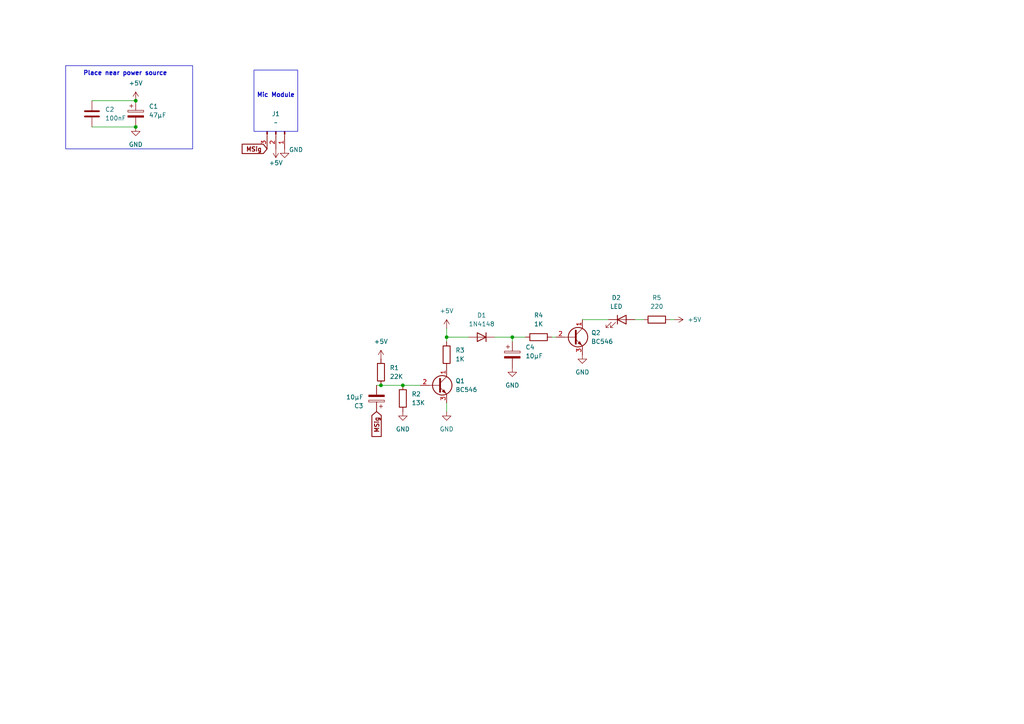
<source format=kicad_sch>
(kicad_sch
	(version 20250114)
	(generator "eeschema")
	(generator_version "9.0")
	(uuid "00000000-0000-0000-0000-000000000000")
	(paper "A4")
	(title_block
		(title "Clap led thing")
		(date "2025-08-28")
		(rev "R1")
		(company "Blue Kiwi")
	)
	(lib_symbols
		(symbol "Connector:Conn_01x03_Pin"
			(pin_names
				(offset 1.016)
				(hide yes)
			)
			(exclude_from_sim no)
			(in_bom yes)
			(on_board yes)
			(property "Reference" "J"
				(at 0 5.08 0)
				(effects
					(font
						(size 1.27 1.27)
					)
				)
			)
			(property "Value" "Conn_01x03_Pin"
				(at 0 -5.08 0)
				(effects
					(font
						(size 1.27 1.27)
					)
				)
			)
			(property "Footprint" ""
				(at 0 0 0)
				(effects
					(font
						(size 1.27 1.27)
					)
					(hide yes)
				)
			)
			(property "Datasheet" "~"
				(at 0 0 0)
				(effects
					(font
						(size 1.27 1.27)
					)
					(hide yes)
				)
			)
			(property "Description" "Generic connector, single row, 01x03, script generated"
				(at 0 0 0)
				(effects
					(font
						(size 1.27 1.27)
					)
					(hide yes)
				)
			)
			(property "ki_locked" ""
				(at 0 0 0)
				(effects
					(font
						(size 1.27 1.27)
					)
				)
			)
			(property "ki_keywords" "connector"
				(at 0 0 0)
				(effects
					(font
						(size 1.27 1.27)
					)
					(hide yes)
				)
			)
			(property "ki_fp_filters" "Connector*:*_1x??_*"
				(at 0 0 0)
				(effects
					(font
						(size 1.27 1.27)
					)
					(hide yes)
				)
			)
			(symbol "Conn_01x03_Pin_1_1"
				(rectangle
					(start 0.8636 2.667)
					(end 0 2.413)
					(stroke
						(width 0.1524)
						(type default)
					)
					(fill
						(type outline)
					)
				)
				(rectangle
					(start 0.8636 0.127)
					(end 0 -0.127)
					(stroke
						(width 0.1524)
						(type default)
					)
					(fill
						(type outline)
					)
				)
				(rectangle
					(start 0.8636 -2.413)
					(end 0 -2.667)
					(stroke
						(width 0.1524)
						(type default)
					)
					(fill
						(type outline)
					)
				)
				(polyline
					(pts
						(xy 1.27 2.54) (xy 0.8636 2.54)
					)
					(stroke
						(width 0.1524)
						(type default)
					)
					(fill
						(type none)
					)
				)
				(polyline
					(pts
						(xy 1.27 0) (xy 0.8636 0)
					)
					(stroke
						(width 0.1524)
						(type default)
					)
					(fill
						(type none)
					)
				)
				(polyline
					(pts
						(xy 1.27 -2.54) (xy 0.8636 -2.54)
					)
					(stroke
						(width 0.1524)
						(type default)
					)
					(fill
						(type none)
					)
				)
				(pin passive line
					(at 5.08 2.54 180)
					(length 3.81)
					(name "Pin_1"
						(effects
							(font
								(size 1.27 1.27)
							)
						)
					)
					(number "1"
						(effects
							(font
								(size 1.27 1.27)
							)
						)
					)
				)
				(pin passive line
					(at 5.08 0 180)
					(length 3.81)
					(name "Pin_2"
						(effects
							(font
								(size 1.27 1.27)
							)
						)
					)
					(number "2"
						(effects
							(font
								(size 1.27 1.27)
							)
						)
					)
				)
				(pin passive line
					(at 5.08 -2.54 180)
					(length 3.81)
					(name "Pin_3"
						(effects
							(font
								(size 1.27 1.27)
							)
						)
					)
					(number "3"
						(effects
							(font
								(size 1.27 1.27)
							)
						)
					)
				)
			)
			(embedded_fonts no)
		)
		(symbol "Device:Battery"
			(exclude_from_sim no)
			(in_bom yes)
			(on_board yes)
			(property "Reference" ""
				(at 0 0 0)
				(effects
					(font
						(size 1.27 1.27)
					)
				)
			)
			(property "Value" ""
				(at 0 0 0)
				(effects
					(font
						(size 1.27 1.27)
					)
				)
			)
			(property "Footprint" ""
				(at 0 0 0)
				(effects
					(font
						(size 1.27 1.27)
					)
					(hide yes)
				)
			)
			(property "Datasheet" ""
				(at 0 0 0)
				(effects
					(font
						(size 1.27 1.27)
					)
					(hide yes)
				)
			)
			(property "Description" ""
				(at 0 0 0)
				(effects
					(font
						(size 1.27 1.27)
					)
					(hide yes)
				)
			)
			(embedded_fonts no)
		)
		(symbol "Device:C"
			(pin_numbers
				(hide yes)
			)
			(pin_names
				(offset 0.254)
			)
			(exclude_from_sim no)
			(in_bom yes)
			(on_board yes)
			(property "Reference" "C"
				(at 0.635 2.54 0)
				(effects
					(font
						(size 1.27 1.27)
					)
					(justify left)
				)
			)
			(property "Value" "C"
				(at 0.635 -2.54 0)
				(effects
					(font
						(size 1.27 1.27)
					)
					(justify left)
				)
			)
			(property "Footprint" ""
				(at 0.9652 -3.81 0)
				(effects
					(font
						(size 1.27 1.27)
					)
					(hide yes)
				)
			)
			(property "Datasheet" "~"
				(at 0 0 0)
				(effects
					(font
						(size 1.27 1.27)
					)
					(hide yes)
				)
			)
			(property "Description" "Unpolarized capacitor"
				(at 0 0 0)
				(effects
					(font
						(size 1.27 1.27)
					)
					(hide yes)
				)
			)
			(property "ki_keywords" "cap capacitor"
				(at 0 0 0)
				(effects
					(font
						(size 1.27 1.27)
					)
					(hide yes)
				)
			)
			(property "ki_fp_filters" "C_*"
				(at 0 0 0)
				(effects
					(font
						(size 1.27 1.27)
					)
					(hide yes)
				)
			)
			(symbol "C_0_1"
				(polyline
					(pts
						(xy -2.032 0.762) (xy 2.032 0.762)
					)
					(stroke
						(width 0.508)
						(type default)
					)
					(fill
						(type none)
					)
				)
				(polyline
					(pts
						(xy -2.032 -0.762) (xy 2.032 -0.762)
					)
					(stroke
						(width 0.508)
						(type default)
					)
					(fill
						(type none)
					)
				)
			)
			(symbol "C_1_1"
				(pin passive line
					(at 0 3.81 270)
					(length 2.794)
					(name "~"
						(effects
							(font
								(size 1.27 1.27)
							)
						)
					)
					(number "1"
						(effects
							(font
								(size 1.27 1.27)
							)
						)
					)
				)
				(pin passive line
					(at 0 -3.81 90)
					(length 2.794)
					(name "~"
						(effects
							(font
								(size 1.27 1.27)
							)
						)
					)
					(number "2"
						(effects
							(font
								(size 1.27 1.27)
							)
						)
					)
				)
			)
			(embedded_fonts no)
		)
		(symbol "Device:C_Polarized"
			(pin_numbers
				(hide yes)
			)
			(pin_names
				(offset 0.254)
			)
			(exclude_from_sim no)
			(in_bom yes)
			(on_board yes)
			(property "Reference" "C"
				(at 0.635 2.54 0)
				(effects
					(font
						(size 1.27 1.27)
					)
					(justify left)
				)
			)
			(property "Value" "C_Polarized"
				(at 0.635 -2.54 0)
				(effects
					(font
						(size 1.27 1.27)
					)
					(justify left)
				)
			)
			(property "Footprint" ""
				(at 0.9652 -3.81 0)
				(effects
					(font
						(size 1.27 1.27)
					)
					(hide yes)
				)
			)
			(property "Datasheet" "~"
				(at 0 0 0)
				(effects
					(font
						(size 1.27 1.27)
					)
					(hide yes)
				)
			)
			(property "Description" "Polarized capacitor"
				(at 0 0 0)
				(effects
					(font
						(size 1.27 1.27)
					)
					(hide yes)
				)
			)
			(property "ki_keywords" "cap capacitor"
				(at 0 0 0)
				(effects
					(font
						(size 1.27 1.27)
					)
					(hide yes)
				)
			)
			(property "ki_fp_filters" "CP_*"
				(at 0 0 0)
				(effects
					(font
						(size 1.27 1.27)
					)
					(hide yes)
				)
			)
			(symbol "C_Polarized_0_1"
				(rectangle
					(start -2.286 0.508)
					(end 2.286 1.016)
					(stroke
						(width 0)
						(type default)
					)
					(fill
						(type none)
					)
				)
				(polyline
					(pts
						(xy -1.778 2.286) (xy -0.762 2.286)
					)
					(stroke
						(width 0)
						(type default)
					)
					(fill
						(type none)
					)
				)
				(polyline
					(pts
						(xy -1.27 2.794) (xy -1.27 1.778)
					)
					(stroke
						(width 0)
						(type default)
					)
					(fill
						(type none)
					)
				)
				(rectangle
					(start 2.286 -0.508)
					(end -2.286 -1.016)
					(stroke
						(width 0)
						(type default)
					)
					(fill
						(type outline)
					)
				)
			)
			(symbol "C_Polarized_1_1"
				(pin passive line
					(at 0 3.81 270)
					(length 2.794)
					(name "~"
						(effects
							(font
								(size 1.27 1.27)
							)
						)
					)
					(number "1"
						(effects
							(font
								(size 1.27 1.27)
							)
						)
					)
				)
				(pin passive line
					(at 0 -3.81 90)
					(length 2.794)
					(name "~"
						(effects
							(font
								(size 1.27 1.27)
							)
						)
					)
					(number "2"
						(effects
							(font
								(size 1.27 1.27)
							)
						)
					)
				)
			)
			(embedded_fonts no)
		)
		(symbol "Device:LED"
			(pin_numbers
				(hide yes)
			)
			(pin_names
				(offset 1.016)
				(hide yes)
			)
			(exclude_from_sim no)
			(in_bom yes)
			(on_board yes)
			(property "Reference" "D"
				(at 0 2.54 0)
				(effects
					(font
						(size 1.27 1.27)
					)
				)
			)
			(property "Value" "LED"
				(at 0 -2.54 0)
				(effects
					(font
						(size 1.27 1.27)
					)
				)
			)
			(property "Footprint" ""
				(at 0 0 0)
				(effects
					(font
						(size 1.27 1.27)
					)
					(hide yes)
				)
			)
			(property "Datasheet" "~"
				(at 0 0 0)
				(effects
					(font
						(size 1.27 1.27)
					)
					(hide yes)
				)
			)
			(property "Description" "Light emitting diode"
				(at 0 0 0)
				(effects
					(font
						(size 1.27 1.27)
					)
					(hide yes)
				)
			)
			(property "Sim.Pins" "1=K 2=A"
				(at 0 0 0)
				(effects
					(font
						(size 1.27 1.27)
					)
					(hide yes)
				)
			)
			(property "ki_keywords" "LED diode"
				(at 0 0 0)
				(effects
					(font
						(size 1.27 1.27)
					)
					(hide yes)
				)
			)
			(property "ki_fp_filters" "LED* LED_SMD:* LED_THT:*"
				(at 0 0 0)
				(effects
					(font
						(size 1.27 1.27)
					)
					(hide yes)
				)
			)
			(symbol "LED_0_1"
				(polyline
					(pts
						(xy -3.048 -0.762) (xy -4.572 -2.286) (xy -3.81 -2.286) (xy -4.572 -2.286) (xy -4.572 -1.524)
					)
					(stroke
						(width 0)
						(type default)
					)
					(fill
						(type none)
					)
				)
				(polyline
					(pts
						(xy -1.778 -0.762) (xy -3.302 -2.286) (xy -2.54 -2.286) (xy -3.302 -2.286) (xy -3.302 -1.524)
					)
					(stroke
						(width 0)
						(type default)
					)
					(fill
						(type none)
					)
				)
				(polyline
					(pts
						(xy -1.27 0) (xy 1.27 0)
					)
					(stroke
						(width 0)
						(type default)
					)
					(fill
						(type none)
					)
				)
				(polyline
					(pts
						(xy -1.27 -1.27) (xy -1.27 1.27)
					)
					(stroke
						(width 0.254)
						(type default)
					)
					(fill
						(type none)
					)
				)
				(polyline
					(pts
						(xy 1.27 -1.27) (xy 1.27 1.27) (xy -1.27 0) (xy 1.27 -1.27)
					)
					(stroke
						(width 0.254)
						(type default)
					)
					(fill
						(type none)
					)
				)
			)
			(symbol "LED_1_1"
				(pin passive line
					(at -3.81 0 0)
					(length 2.54)
					(name "K"
						(effects
							(font
								(size 1.27 1.27)
							)
						)
					)
					(number "1"
						(effects
							(font
								(size 1.27 1.27)
							)
						)
					)
				)
				(pin passive line
					(at 3.81 0 180)
					(length 2.54)
					(name "A"
						(effects
							(font
								(size 1.27 1.27)
							)
						)
					)
					(number "2"
						(effects
							(font
								(size 1.27 1.27)
							)
						)
					)
				)
			)
			(embedded_fonts no)
		)
		(symbol "Device:R"
			(pin_numbers
				(hide yes)
			)
			(pin_names
				(offset 0)
			)
			(exclude_from_sim no)
			(in_bom yes)
			(on_board yes)
			(property "Reference" "R"
				(at 2.032 0 90)
				(effects
					(font
						(size 1.27 1.27)
					)
				)
			)
			(property "Value" "R"
				(at 0 0 90)
				(effects
					(font
						(size 1.27 1.27)
					)
				)
			)
			(property "Footprint" ""
				(at -1.778 0 90)
				(effects
					(font
						(size 1.27 1.27)
					)
					(hide yes)
				)
			)
			(property "Datasheet" "~"
				(at 0 0 0)
				(effects
					(font
						(size 1.27 1.27)
					)
					(hide yes)
				)
			)
			(property "Description" "Resistor"
				(at 0 0 0)
				(effects
					(font
						(size 1.27 1.27)
					)
					(hide yes)
				)
			)
			(property "ki_keywords" "R res resistor"
				(at 0 0 0)
				(effects
					(font
						(size 1.27 1.27)
					)
					(hide yes)
				)
			)
			(property "ki_fp_filters" "R_*"
				(at 0 0 0)
				(effects
					(font
						(size 1.27 1.27)
					)
					(hide yes)
				)
			)
			(symbol "R_0_1"
				(rectangle
					(start -1.016 -2.54)
					(end 1.016 2.54)
					(stroke
						(width 0.254)
						(type default)
					)
					(fill
						(type none)
					)
				)
			)
			(symbol "R_1_1"
				(pin passive line
					(at 0 3.81 270)
					(length 1.27)
					(name "~"
						(effects
							(font
								(size 1.27 1.27)
							)
						)
					)
					(number "1"
						(effects
							(font
								(size 1.27 1.27)
							)
						)
					)
				)
				(pin passive line
					(at 0 -3.81 90)
					(length 1.27)
					(name "~"
						(effects
							(font
								(size 1.27 1.27)
							)
						)
					)
					(number "2"
						(effects
							(font
								(size 1.27 1.27)
							)
						)
					)
				)
			)
			(embedded_fonts no)
		)
		(symbol "Diode:1N4148"
			(pin_numbers
				(hide yes)
			)
			(pin_names
				(hide yes)
			)
			(exclude_from_sim no)
			(in_bom yes)
			(on_board yes)
			(property "Reference" "D"
				(at 0 2.54 0)
				(effects
					(font
						(size 1.27 1.27)
					)
				)
			)
			(property "Value" "1N4148"
				(at 0 -2.54 0)
				(effects
					(font
						(size 1.27 1.27)
					)
				)
			)
			(property "Footprint" "Diode_THT:D_DO-35_SOD27_P7.62mm_Horizontal"
				(at 0 0 0)
				(effects
					(font
						(size 1.27 1.27)
					)
					(hide yes)
				)
			)
			(property "Datasheet" "https://assets.nexperia.com/documents/data-sheet/1N4148_1N4448.pdf"
				(at 0 0 0)
				(effects
					(font
						(size 1.27 1.27)
					)
					(hide yes)
				)
			)
			(property "Description" "100V 0.15A standard switching diode, DO-35"
				(at 0 0 0)
				(effects
					(font
						(size 1.27 1.27)
					)
					(hide yes)
				)
			)
			(property "Sim.Device" "D"
				(at 0 0 0)
				(effects
					(font
						(size 1.27 1.27)
					)
					(hide yes)
				)
			)
			(property "Sim.Pins" "1=K 2=A"
				(at 0 0 0)
				(effects
					(font
						(size 1.27 1.27)
					)
					(hide yes)
				)
			)
			(property "ki_keywords" "diode"
				(at 0 0 0)
				(effects
					(font
						(size 1.27 1.27)
					)
					(hide yes)
				)
			)
			(property "ki_fp_filters" "D*DO?35*"
				(at 0 0 0)
				(effects
					(font
						(size 1.27 1.27)
					)
					(hide yes)
				)
			)
			(symbol "1N4148_0_1"
				(polyline
					(pts
						(xy -1.27 1.27) (xy -1.27 -1.27)
					)
					(stroke
						(width 0.254)
						(type default)
					)
					(fill
						(type none)
					)
				)
				(polyline
					(pts
						(xy 1.27 1.27) (xy 1.27 -1.27) (xy -1.27 0) (xy 1.27 1.27)
					)
					(stroke
						(width 0.254)
						(type default)
					)
					(fill
						(type none)
					)
				)
				(polyline
					(pts
						(xy 1.27 0) (xy -1.27 0)
					)
					(stroke
						(width 0)
						(type default)
					)
					(fill
						(type none)
					)
				)
			)
			(symbol "1N4148_1_1"
				(pin passive line
					(at -3.81 0 0)
					(length 2.54)
					(name "K"
						(effects
							(font
								(size 1.27 1.27)
							)
						)
					)
					(number "1"
						(effects
							(font
								(size 1.27 1.27)
							)
						)
					)
				)
				(pin passive line
					(at 3.81 0 180)
					(length 2.54)
					(name "A"
						(effects
							(font
								(size 1.27 1.27)
							)
						)
					)
					(number "2"
						(effects
							(font
								(size 1.27 1.27)
							)
						)
					)
				)
			)
			(embedded_fonts no)
		)
		(symbol "Transistor_BJT:BC546"
			(pin_names
				(offset 0)
				(hide yes)
			)
			(exclude_from_sim no)
			(in_bom yes)
			(on_board yes)
			(property "Reference" "Q"
				(at 5.08 1.905 0)
				(effects
					(font
						(size 1.27 1.27)
					)
					(justify left)
				)
			)
			(property "Value" "BC546"
				(at 5.08 0 0)
				(effects
					(font
						(size 1.27 1.27)
					)
					(justify left)
				)
			)
			(property "Footprint" "Package_TO_SOT_THT:TO-92_Inline"
				(at 5.08 -1.905 0)
				(effects
					(font
						(size 1.27 1.27)
						(italic yes)
					)
					(justify left)
					(hide yes)
				)
			)
			(property "Datasheet" "https://www.onsemi.com/pub/Collateral/BC550-D.pdf"
				(at 0 0 0)
				(effects
					(font
						(size 1.27 1.27)
					)
					(justify left)
					(hide yes)
				)
			)
			(property "Description" "0.1A Ic, 65V Vce, Small Signal NPN Transistor, TO-92"
				(at 0 0 0)
				(effects
					(font
						(size 1.27 1.27)
					)
					(hide yes)
				)
			)
			(property "ki_keywords" "NPN Transistor"
				(at 0 0 0)
				(effects
					(font
						(size 1.27 1.27)
					)
					(hide yes)
				)
			)
			(property "ki_fp_filters" "TO?92*"
				(at 0 0 0)
				(effects
					(font
						(size 1.27 1.27)
					)
					(hide yes)
				)
			)
			(symbol "BC546_0_1"
				(polyline
					(pts
						(xy -2.54 0) (xy 0.635 0)
					)
					(stroke
						(width 0)
						(type default)
					)
					(fill
						(type none)
					)
				)
				(polyline
					(pts
						(xy 0.635 1.905) (xy 0.635 -1.905)
					)
					(stroke
						(width 0.508)
						(type default)
					)
					(fill
						(type none)
					)
				)
				(circle
					(center 1.27 0)
					(radius 2.8194)
					(stroke
						(width 0.254)
						(type default)
					)
					(fill
						(type none)
					)
				)
			)
			(symbol "BC546_1_1"
				(polyline
					(pts
						(xy 0.635 0.635) (xy 2.54 2.54)
					)
					(stroke
						(width 0)
						(type default)
					)
					(fill
						(type none)
					)
				)
				(polyline
					(pts
						(xy 0.635 -0.635) (xy 2.54 -2.54)
					)
					(stroke
						(width 0)
						(type default)
					)
					(fill
						(type none)
					)
				)
				(polyline
					(pts
						(xy 1.27 -1.778) (xy 1.778 -1.27) (xy 2.286 -2.286) (xy 1.27 -1.778)
					)
					(stroke
						(width 0)
						(type default)
					)
					(fill
						(type outline)
					)
				)
				(pin input line
					(at -5.08 0 0)
					(length 2.54)
					(name "B"
						(effects
							(font
								(size 1.27 1.27)
							)
						)
					)
					(number "2"
						(effects
							(font
								(size 1.27 1.27)
							)
						)
					)
				)
				(pin passive line
					(at 2.54 5.08 270)
					(length 2.54)
					(name "C"
						(effects
							(font
								(size 1.27 1.27)
							)
						)
					)
					(number "1"
						(effects
							(font
								(size 1.27 1.27)
							)
						)
					)
				)
				(pin passive line
					(at 2.54 -5.08 90)
					(length 2.54)
					(name "E"
						(effects
							(font
								(size 1.27 1.27)
							)
						)
					)
					(number "3"
						(effects
							(font
								(size 1.27 1.27)
							)
						)
					)
				)
			)
			(embedded_fonts no)
		)
		(symbol "power:+5V"
			(power)
			(pin_numbers
				(hide yes)
			)
			(pin_names
				(offset 0)
				(hide yes)
			)
			(exclude_from_sim no)
			(in_bom yes)
			(on_board yes)
			(property "Reference" "#PWR"
				(at 0 -3.81 0)
				(effects
					(font
						(size 1.27 1.27)
					)
					(hide yes)
				)
			)
			(property "Value" "+5V"
				(at 0 3.556 0)
				(effects
					(font
						(size 1.27 1.27)
					)
				)
			)
			(property "Footprint" ""
				(at 0 0 0)
				(effects
					(font
						(size 1.27 1.27)
					)
					(hide yes)
				)
			)
			(property "Datasheet" ""
				(at 0 0 0)
				(effects
					(font
						(size 1.27 1.27)
					)
					(hide yes)
				)
			)
			(property "Description" "Power symbol creates a global label with name \"+5V\""
				(at 0 0 0)
				(effects
					(font
						(size 1.27 1.27)
					)
					(hide yes)
				)
			)
			(property "ki_keywords" "global power"
				(at 0 0 0)
				(effects
					(font
						(size 1.27 1.27)
					)
					(hide yes)
				)
			)
			(symbol "+5V_0_1"
				(polyline
					(pts
						(xy -0.762 1.27) (xy 0 2.54)
					)
					(stroke
						(width 0)
						(type default)
					)
					(fill
						(type none)
					)
				)
				(polyline
					(pts
						(xy 0 2.54) (xy 0.762 1.27)
					)
					(stroke
						(width 0)
						(type default)
					)
					(fill
						(type none)
					)
				)
				(polyline
					(pts
						(xy 0 0) (xy 0 2.54)
					)
					(stroke
						(width 0)
						(type default)
					)
					(fill
						(type none)
					)
				)
			)
			(symbol "+5V_1_1"
				(pin power_in line
					(at 0 0 90)
					(length 0)
					(name "~"
						(effects
							(font
								(size 1.27 1.27)
							)
						)
					)
					(number "1"
						(effects
							(font
								(size 1.27 1.27)
							)
						)
					)
				)
			)
			(embedded_fonts no)
		)
		(symbol "power:GND"
			(power)
			(pin_numbers
				(hide yes)
			)
			(pin_names
				(offset 0)
				(hide yes)
			)
			(exclude_from_sim no)
			(in_bom yes)
			(on_board yes)
			(property "Reference" "#PWR"
				(at 0 -6.35 0)
				(effects
					(font
						(size 1.27 1.27)
					)
					(hide yes)
				)
			)
			(property "Value" "GND"
				(at 0 -3.81 0)
				(effects
					(font
						(size 1.27 1.27)
					)
				)
			)
			(property "Footprint" ""
				(at 0 0 0)
				(effects
					(font
						(size 1.27 1.27)
					)
					(hide yes)
				)
			)
			(property "Datasheet" ""
				(at 0 0 0)
				(effects
					(font
						(size 1.27 1.27)
					)
					(hide yes)
				)
			)
			(property "Description" "Power symbol creates a global label with name \"GND\" , ground"
				(at 0 0 0)
				(effects
					(font
						(size 1.27 1.27)
					)
					(hide yes)
				)
			)
			(property "ki_keywords" "global power"
				(at 0 0 0)
				(effects
					(font
						(size 1.27 1.27)
					)
					(hide yes)
				)
			)
			(symbol "GND_0_1"
				(polyline
					(pts
						(xy 0 0) (xy 0 -1.27) (xy 1.27 -1.27) (xy 0 -2.54) (xy -1.27 -1.27) (xy 0 -1.27)
					)
					(stroke
						(width 0)
						(type default)
					)
					(fill
						(type none)
					)
				)
			)
			(symbol "GND_1_1"
				(pin power_in line
					(at 0 0 270)
					(length 0)
					(name "~"
						(effects
							(font
								(size 1.27 1.27)
							)
						)
					)
					(number "1"
						(effects
							(font
								(size 1.27 1.27)
							)
						)
					)
				)
			)
			(embedded_fonts no)
		)
	)
	(rectangle
		(start 19.05 19.05)
		(end 55.88 43.18)
		(stroke
			(width 0)
			(type default)
		)
		(fill
			(type none)
		)
		(uuid bb5b6b2f-72f6-4837-a71a-45652a0c3df6)
	)
	(rectangle
		(start 73.66 20.32)
		(end 86.36 38.1)
		(stroke
			(width 0)
			(type default)
		)
		(fill
			(type none)
		)
		(uuid fe77e2af-7584-4606-8902-c3e0b2a1171c)
	)
	(text "Place near power source"
		(exclude_from_sim no)
		(at 36.322 21.336 0)
		(effects
			(font
				(size 1.27 1.27)
				(thickness 0.254)
				(bold yes)
			)
		)
		(uuid "3ea35d5c-d280-4e1d-b193-594c0d8fd0f0")
	)
	(text "Mic Module"
		(exclude_from_sim no)
		(at 80.01 27.686 0)
		(effects
			(font
				(size 1.27 1.27)
				(thickness 0.254)
				(bold yes)
			)
		)
		(uuid "76c76898-93bd-4abe-afc6-4e19e4290b27")
	)
	(junction
		(at 129.54 97.79)
		(diameter 0)
		(color 0 0 0 0)
		(uuid "18739bb1-dc79-4896-a8f7-3e95d6d2c54a")
	)
	(junction
		(at 116.84 111.76)
		(diameter 0)
		(color 0 0 0 0)
		(uuid "31f63419-a120-4b9b-9d88-e0c19dc83f8d")
	)
	(junction
		(at 39.37 36.83)
		(diameter 0)
		(color 0 0 0 0)
		(uuid "3a4a64fc-1fd4-47bb-8840-2c710d174fb8")
	)
	(junction
		(at 148.59 97.79)
		(diameter 0)
		(color 0 0 0 0)
		(uuid "4ca6d2c3-7f0b-4b99-82c8-5c69b4d1fb81")
	)
	(junction
		(at 39.37 29.21)
		(diameter 0)
		(color 0 0 0 0)
		(uuid "ab508bf9-dec9-40ad-a81a-a3c11a5d55f7")
	)
	(junction
		(at 110.49 111.76)
		(diameter 0)
		(color 0 0 0 0)
		(uuid "abfb84b2-de68-45ab-a72e-6cd0630f6739")
	)
	(wire
		(pts
			(xy 109.22 111.76) (xy 110.49 111.76)
		)
		(stroke
			(width 0)
			(type default)
		)
		(uuid "066e625f-7d4b-4df5-beb9-4090998cb4b4")
	)
	(wire
		(pts
			(xy 116.84 111.76) (xy 121.92 111.76)
		)
		(stroke
			(width 0)
			(type default)
		)
		(uuid "0faaa344-f311-4edd-be55-2cb6ee3dcaca")
	)
	(wire
		(pts
			(xy 129.54 95.25) (xy 129.54 97.79)
		)
		(stroke
			(width 0)
			(type default)
		)
		(uuid "1aa32540-f800-4515-88bc-dc37a72a1d79")
	)
	(wire
		(pts
			(xy 129.54 119.38) (xy 129.54 116.84)
		)
		(stroke
			(width 0)
			(type default)
		)
		(uuid "2a0e2186-9df2-4fee-b687-c33c065882f3")
	)
	(wire
		(pts
			(xy 26.67 36.83) (xy 39.37 36.83)
		)
		(stroke
			(width 0)
			(type default)
		)
		(uuid "37bc89d2-1be9-4642-af48-3b5a15bdfceb")
	)
	(wire
		(pts
			(xy 148.59 97.79) (xy 152.4 97.79)
		)
		(stroke
			(width 0)
			(type default)
		)
		(uuid "3c585413-2081-482a-b4a8-ce6e9188f9ee")
	)
	(wire
		(pts
			(xy 148.59 99.06) (xy 148.59 97.79)
		)
		(stroke
			(width 0)
			(type default)
		)
		(uuid "44856235-35f4-4e17-8fd6-307a29259acc")
	)
	(wire
		(pts
			(xy 148.59 97.79) (xy 143.51 97.79)
		)
		(stroke
			(width 0)
			(type default)
		)
		(uuid "52466de7-52e9-4eb3-9aa6-eb45ecdcb832")
	)
	(wire
		(pts
			(xy 129.54 97.79) (xy 129.54 99.06)
		)
		(stroke
			(width 0)
			(type default)
		)
		(uuid "6039706c-5184-43d1-9620-dd47e0ba0fc8")
	)
	(wire
		(pts
			(xy 186.69 92.71) (xy 184.15 92.71)
		)
		(stroke
			(width 0)
			(type default)
		)
		(uuid "6f68530f-5e85-4046-a897-06bdf64a4e3c")
	)
	(wire
		(pts
			(xy 176.53 92.71) (xy 168.91 92.71)
		)
		(stroke
			(width 0)
			(type default)
		)
		(uuid "8460965b-6cc4-47f6-abb3-7e63ed8cb8d7")
	)
	(wire
		(pts
			(xy 26.67 29.21) (xy 39.37 29.21)
		)
		(stroke
			(width 0)
			(type default)
		)
		(uuid "ad4e050e-5c4a-4dab-8a51-2c36099c95a9")
	)
	(wire
		(pts
			(xy 135.89 97.79) (xy 129.54 97.79)
		)
		(stroke
			(width 0)
			(type default)
		)
		(uuid "b0d53faa-4292-4c99-8b83-30b1f32c5d41")
	)
	(wire
		(pts
			(xy 110.49 111.76) (xy 116.84 111.76)
		)
		(stroke
			(width 0)
			(type default)
		)
		(uuid "ba8200ea-4e20-4020-9632-4e96893d8e21")
	)
	(wire
		(pts
			(xy 160.02 97.79) (xy 161.29 97.79)
		)
		(stroke
			(width 0)
			(type default)
		)
		(uuid "daed7e5f-c0e2-411f-84b2-ab294606c602")
	)
	(wire
		(pts
			(xy 195.58 92.71) (xy 194.31 92.71)
		)
		(stroke
			(width 0)
			(type default)
		)
		(uuid "feb2441c-2b84-47fe-a6be-c5702c8e12cb")
	)
	(global_label "MSig"
		(shape input)
		(at 109.22 119.38 270)
		(fields_autoplaced yes)
		(effects
			(font
				(size 1.27 1.27)
				(thickness 0.254)
				(bold yes)
			)
			(justify right)
		)
		(uuid "2bc6e94d-8155-4ed5-a541-f933453e5706")
		(property "Intersheetrefs" "${INTERSHEET_REFS}"
			(at 109.22 127.2559 90)
			(effects
				(font
					(size 1.27 1.27)
				)
				(justify right)
				(hide yes)
			)
		)
	)
	(global_label "MSig"
		(shape input)
		(at 77.47 43.18 180)
		(fields_autoplaced yes)
		(effects
			(font
				(size 1.27 1.27)
				(thickness 0.254)
				(bold yes)
			)
			(justify right)
		)
		(uuid "3fc580ec-324f-4aa2-8bce-2e2e43605064")
		(property "Intersheetrefs" "${INTERSHEET_REFS}"
			(at 69.5941 43.18 0)
			(effects
				(font
					(size 1.27 1.27)
				)
				(justify right)
				(hide yes)
			)
		)
	)
	(symbol
		(lib_id "Device:R")
		(at 156.21 97.79 90)
		(unit 1)
		(exclude_from_sim no)
		(in_bom yes)
		(on_board yes)
		(dnp no)
		(fields_autoplaced yes)
		(uuid "02160df7-ffff-4f60-84c1-a3736fa4700e")
		(property "Reference" "R4"
			(at 156.21 91.44 90)
			(effects
				(font
					(size 1.27 1.27)
				)
			)
		)
		(property "Value" "1K"
			(at 156.21 93.98 90)
			(effects
				(font
					(size 1.27 1.27)
				)
			)
		)
		(property "Footprint" ""
			(at 156.21 99.568 90)
			(effects
				(font
					(size 1.27 1.27)
				)
				(hide yes)
			)
		)
		(property "Datasheet" "~"
			(at 156.21 97.79 0)
			(effects
				(font
					(size 1.27 1.27)
				)
				(hide yes)
			)
		)
		(property "Description" "Resistor"
			(at 156.21 97.79 0)
			(effects
				(font
					(size 1.27 1.27)
				)
				(hide yes)
			)
		)
		(pin "1"
			(uuid "46b5e68c-8869-4dbc-8cc1-8a425418c48d")
		)
		(pin "2"
			(uuid "5171b562-4f29-4a60-82f9-d8f6f604a092")
		)
		(instances
			(project "Clap led thing"
				(path "/00000000-0000-0000-0000-000000000000"
					(reference "R4")
					(unit 1)
				)
			)
		)
	)
	(symbol
		(lib_id "power:GND")
		(at 39.37 36.83 0)
		(unit 1)
		(exclude_from_sim no)
		(in_bom yes)
		(on_board yes)
		(dnp no)
		(fields_autoplaced yes)
		(uuid "0b37669b-4ca6-4bef-b5ee-d0fab1687198")
		(property "Reference" "#PWR02"
			(at 39.37 43.18 0)
			(effects
				(font
					(size 1.27 1.27)
				)
				(hide yes)
			)
		)
		(property "Value" "GND"
			(at 39.37 41.91 0)
			(effects
				(font
					(size 1.27 1.27)
				)
			)
		)
		(property "Footprint" ""
			(at 39.37 36.83 0)
			(effects
				(font
					(size 1.27 1.27)
				)
				(hide yes)
			)
		)
		(property "Datasheet" ""
			(at 39.37 36.83 0)
			(effects
				(font
					(size 1.27 1.27)
				)
				(hide yes)
			)
		)
		(property "Description" "Power symbol creates a global label with name \"GND\" , ground"
			(at 39.37 36.83 0)
			(effects
				(font
					(size 1.27 1.27)
				)
				(hide yes)
			)
		)
		(pin "1"
			(uuid "607810a6-da66-4df7-bb11-caeff6146c6b")
		)
		(instances
			(project ""
				(path "/00000000-0000-0000-0000-000000000000"
					(reference "#PWR02")
					(unit 1)
				)
			)
		)
	)
	(symbol
		(lib_id "power:GND")
		(at 148.59 106.68 0)
		(unit 1)
		(exclude_from_sim no)
		(in_bom yes)
		(on_board yes)
		(dnp no)
		(fields_autoplaced yes)
		(uuid "1732e91c-e46c-4d0a-952a-508e3d7d8072")
		(property "Reference" "#PWR09"
			(at 148.59 113.03 0)
			(effects
				(font
					(size 1.27 1.27)
				)
				(hide yes)
			)
		)
		(property "Value" "GND"
			(at 148.59 111.76 0)
			(effects
				(font
					(size 1.27 1.27)
				)
			)
		)
		(property "Footprint" ""
			(at 148.59 106.68 0)
			(effects
				(font
					(size 1.27 1.27)
				)
				(hide yes)
			)
		)
		(property "Datasheet" ""
			(at 148.59 106.68 0)
			(effects
				(font
					(size 1.27 1.27)
				)
				(hide yes)
			)
		)
		(property "Description" "Power symbol creates a global label with name \"GND\" , ground"
			(at 148.59 106.68 0)
			(effects
				(font
					(size 1.27 1.27)
				)
				(hide yes)
			)
		)
		(pin "1"
			(uuid "c0f19fd2-cdb5-47ae-b397-bda9a5eb357c")
		)
		(instances
			(project "Clap led thing"
				(path "/00000000-0000-0000-0000-000000000000"
					(reference "#PWR09")
					(unit 1)
				)
			)
		)
	)
	(symbol
		(lib_id "Connector:Conn_01x03_Pin")
		(at 80.01 38.1 270)
		(unit 1)
		(exclude_from_sim no)
		(in_bom yes)
		(on_board yes)
		(dnp no)
		(fields_autoplaced yes)
		(uuid "1836a935-ce53-4c1a-8cd4-e497e791334e")
		(property "Reference" "J1"
			(at 80.01 33.02 90)
			(effects
				(font
					(size 1.27 1.27)
				)
			)
		)
		(property "Value" "~"
			(at 80.01 35.56 90)
			(effects
				(font
					(size 1.27 1.27)
				)
			)
		)
		(property "Footprint" ""
			(at 80.01 38.1 0)
			(effects
				(font
					(size 1.27 1.27)
				)
				(hide yes)
			)
		)
		(property "Datasheet" "~"
			(at 80.01 38.1 0)
			(effects
				(font
					(size 1.27 1.27)
				)
				(hide yes)
			)
		)
		(property "Description" "Generic connector, single row, 01x03, script generated"
			(at 80.01 38.1 0)
			(effects
				(font
					(size 1.27 1.27)
				)
				(hide yes)
			)
		)
		(pin "3"
			(uuid "4da9d165-6bf1-4370-86be-37f2291c033e")
		)
		(pin "1"
			(uuid "70256d33-65f5-42cd-b75a-cf8996496450")
		)
		(pin "2"
			(uuid "5bce7f0d-939d-41ea-9c33-0a5b45434aab")
		)
		(instances
			(project ""
				(path "/00000000-0000-0000-0000-000000000000"
					(reference "J1")
					(unit 1)
				)
			)
		)
	)
	(symbol
		(lib_id "power:GND")
		(at 129.54 119.38 0)
		(unit 1)
		(exclude_from_sim no)
		(in_bom yes)
		(on_board yes)
		(dnp no)
		(fields_autoplaced yes)
		(uuid "2188d8a6-119a-471d-a4e5-971a60fde2d9")
		(property "Reference" "#PWR08"
			(at 129.54 125.73 0)
			(effects
				(font
					(size 1.27 1.27)
				)
				(hide yes)
			)
		)
		(property "Value" "GND"
			(at 129.54 124.46 0)
			(effects
				(font
					(size 1.27 1.27)
				)
			)
		)
		(property "Footprint" ""
			(at 129.54 119.38 0)
			(effects
				(font
					(size 1.27 1.27)
				)
				(hide yes)
			)
		)
		(property "Datasheet" ""
			(at 129.54 119.38 0)
			(effects
				(font
					(size 1.27 1.27)
				)
				(hide yes)
			)
		)
		(property "Description" "Power symbol creates a global label with name \"GND\" , ground"
			(at 129.54 119.38 0)
			(effects
				(font
					(size 1.27 1.27)
				)
				(hide yes)
			)
		)
		(pin "1"
			(uuid "bd5caef1-948f-42f7-bc89-fd806f6c9d79")
		)
		(instances
			(project ""
				(path "/00000000-0000-0000-0000-000000000000"
					(reference "#PWR08")
					(unit 1)
				)
			)
		)
	)
	(symbol
		(lib_id "Device:R")
		(at 116.84 115.57 0)
		(unit 1)
		(exclude_from_sim no)
		(in_bom yes)
		(on_board yes)
		(dnp no)
		(fields_autoplaced yes)
		(uuid "2fdfa09a-1fb8-4a0c-8e32-ede6801f1c80")
		(property "Reference" "R2"
			(at 119.38 114.2999 0)
			(effects
				(font
					(size 1.27 1.27)
				)
				(justify left)
			)
		)
		(property "Value" "13K"
			(at 119.38 116.8399 0)
			(effects
				(font
					(size 1.27 1.27)
				)
				(justify left)
			)
		)
		(property "Footprint" ""
			(at 115.062 115.57 90)
			(effects
				(font
					(size 1.27 1.27)
				)
				(hide yes)
			)
		)
		(property "Datasheet" "~"
			(at 116.84 115.57 0)
			(effects
				(font
					(size 1.27 1.27)
				)
				(hide yes)
			)
		)
		(property "Description" "Resistor"
			(at 116.84 115.57 0)
			(effects
				(font
					(size 1.27 1.27)
				)
				(hide yes)
			)
		)
		(pin "1"
			(uuid "0912f4a5-6aa1-43ce-8995-e1df4dfeb2ac")
		)
		(pin "2"
			(uuid "1d3adb85-45f4-4fd0-92db-98c0d4b2bd0b")
		)
		(instances
			(project "Clap led thing"
				(path "/00000000-0000-0000-0000-000000000000"
					(reference "R2")
					(unit 1)
				)
			)
		)
	)
	(symbol
		(lib_id "power:GND")
		(at 82.55 43.18 0)
		(unit 1)
		(exclude_from_sim no)
		(in_bom yes)
		(on_board yes)
		(dnp no)
		(uuid "339ad415-b963-4859-b73e-49b8a47d197e")
		(property "Reference" "#PWR04"
			(at 82.55 49.53 0)
			(effects
				(font
					(size 1.27 1.27)
				)
				(hide yes)
			)
		)
		(property "Value" "GND"
			(at 85.852 43.434 0)
			(effects
				(font
					(size 1.27 1.27)
				)
			)
		)
		(property "Footprint" ""
			(at 82.55 43.18 0)
			(effects
				(font
					(size 1.27 1.27)
				)
				(hide yes)
			)
		)
		(property "Datasheet" ""
			(at 82.55 43.18 0)
			(effects
				(font
					(size 1.27 1.27)
				)
				(hide yes)
			)
		)
		(property "Description" "Power symbol creates a global label with name \"GND\" , ground"
			(at 82.55 43.18 0)
			(effects
				(font
					(size 1.27 1.27)
				)
				(hide yes)
			)
		)
		(pin "1"
			(uuid "ae71e0f5-cc98-402c-a83f-e146631c2123")
		)
		(instances
			(project "Clap led thing"
				(path "/00000000-0000-0000-0000-000000000000"
					(reference "#PWR04")
					(unit 1)
				)
			)
		)
	)
	(symbol
		(lib_id "power:+5V")
		(at 195.58 92.71 270)
		(unit 1)
		(exclude_from_sim no)
		(in_bom yes)
		(on_board yes)
		(dnp no)
		(fields_autoplaced yes)
		(uuid "4066482b-952a-4121-8141-2cf159e9b937")
		(property "Reference" "#PWR011"
			(at 191.77 92.71 0)
			(effects
				(font
					(size 1.27 1.27)
				)
				(hide yes)
			)
		)
		(property "Value" "+5V"
			(at 199.39 92.7099 90)
			(effects
				(font
					(size 1.27 1.27)
				)
				(justify left)
			)
		)
		(property "Footprint" ""
			(at 195.58 92.71 0)
			(effects
				(font
					(size 1.27 1.27)
				)
				(hide yes)
			)
		)
		(property "Datasheet" ""
			(at 195.58 92.71 0)
			(effects
				(font
					(size 1.27 1.27)
				)
				(hide yes)
			)
		)
		(property "Description" "Power symbol creates a global label with name \"+5V\""
			(at 195.58 92.71 0)
			(effects
				(font
					(size 1.27 1.27)
				)
				(hide yes)
			)
		)
		(pin "1"
			(uuid "24625b15-4f3d-4bdb-be13-1d5cfc5cda5d")
		)
		(instances
			(project "Clap led thing"
				(path "/00000000-0000-0000-0000-000000000000"
					(reference "#PWR011")
					(unit 1)
				)
			)
		)
	)
	(symbol
		(lib_id "Device:C_Polarized")
		(at 148.59 102.87 0)
		(unit 1)
		(exclude_from_sim no)
		(in_bom yes)
		(on_board yes)
		(dnp no)
		(fields_autoplaced yes)
		(uuid "48dc5be1-1c90-43b4-9040-b34322620454")
		(property "Reference" "C4"
			(at 152.4 100.7109 0)
			(effects
				(font
					(size 1.27 1.27)
				)
				(justify left)
			)
		)
		(property "Value" "10μF"
			(at 152.4 103.2509 0)
			(effects
				(font
					(size 1.27 1.27)
				)
				(justify left)
			)
		)
		(property "Footprint" ""
			(at 149.5552 106.68 0)
			(effects
				(font
					(size 1.27 1.27)
				)
				(hide yes)
			)
		)
		(property "Datasheet" "~"
			(at 148.59 102.87 0)
			(effects
				(font
					(size 1.27 1.27)
				)
				(hide yes)
			)
		)
		(property "Description" "Polarized capacitor"
			(at 148.59 102.87 0)
			(effects
				(font
					(size 1.27 1.27)
				)
				(hide yes)
			)
		)
		(pin "2"
			(uuid "5da36ae9-b8ee-4943-88b0-4da2c3abc8f8")
		)
		(pin "1"
			(uuid "ce5096e0-2289-4512-9c86-f339f41aeb98")
		)
		(instances
			(project ""
				(path "/00000000-0000-0000-0000-000000000000"
					(reference "C4")
					(unit 1)
				)
			)
		)
	)
	(symbol
		(lib_id "power:GND")
		(at 168.91 102.87 0)
		(unit 1)
		(exclude_from_sim no)
		(in_bom yes)
		(on_board yes)
		(dnp no)
		(fields_autoplaced yes)
		(uuid "6bf524a8-21f8-4d76-9ae8-94befd0c3f1d")
		(property "Reference" "#PWR010"
			(at 168.91 109.22 0)
			(effects
				(font
					(size 1.27 1.27)
				)
				(hide yes)
			)
		)
		(property "Value" "GND"
			(at 168.91 107.95 0)
			(effects
				(font
					(size 1.27 1.27)
				)
			)
		)
		(property "Footprint" ""
			(at 168.91 102.87 0)
			(effects
				(font
					(size 1.27 1.27)
				)
				(hide yes)
			)
		)
		(property "Datasheet" ""
			(at 168.91 102.87 0)
			(effects
				(font
					(size 1.27 1.27)
				)
				(hide yes)
			)
		)
		(property "Description" "Power symbol creates a global label with name \"GND\" , ground"
			(at 168.91 102.87 0)
			(effects
				(font
					(size 1.27 1.27)
				)
				(hide yes)
			)
		)
		(pin "1"
			(uuid "f515e334-5e86-47e0-ba5a-bde8bf89169f")
		)
		(instances
			(project "Clap led thing"
				(path "/00000000-0000-0000-0000-000000000000"
					(reference "#PWR010")
					(unit 1)
				)
			)
		)
	)
	(symbol
		(lib_id "power:+5V")
		(at 80.01 43.18 180)
		(unit 1)
		(exclude_from_sim no)
		(in_bom yes)
		(on_board yes)
		(dnp no)
		(uuid "6cc7c14f-e982-4f12-9603-4544ceb856aa")
		(property "Reference" "#PWR03"
			(at 80.01 39.37 0)
			(effects
				(font
					(size 1.27 1.27)
				)
				(hide yes)
			)
		)
		(property "Value" "+5V"
			(at 80.01 47.244 0)
			(effects
				(font
					(size 1.27 1.27)
				)
			)
		)
		(property "Footprint" ""
			(at 80.01 43.18 0)
			(effects
				(font
					(size 1.27 1.27)
				)
				(hide yes)
			)
		)
		(property "Datasheet" ""
			(at 80.01 43.18 0)
			(effects
				(font
					(size 1.27 1.27)
				)
				(hide yes)
			)
		)
		(property "Description" "Power symbol creates a global label with name \"+5V\""
			(at 80.01 43.18 0)
			(effects
				(font
					(size 1.27 1.27)
				)
				(hide yes)
			)
		)
		(pin "1"
			(uuid "0fda3f8a-84e8-4436-bb57-429b08e8b753")
		)
		(instances
			(project "Clap led thing"
				(path "/00000000-0000-0000-0000-000000000000"
					(reference "#PWR03")
					(unit 1)
				)
			)
		)
	)
	(symbol
		(lib_id "Device:R")
		(at 110.49 107.95 0)
		(unit 1)
		(exclude_from_sim no)
		(in_bom yes)
		(on_board yes)
		(dnp no)
		(fields_autoplaced yes)
		(uuid "7410512b-749b-4157-9c24-8ec50be00ce5")
		(property "Reference" "R1"
			(at 113.03 106.6799 0)
			(effects
				(font
					(size 1.27 1.27)
				)
				(justify left)
			)
		)
		(property "Value" "22K"
			(at 113.03 109.2199 0)
			(effects
				(font
					(size 1.27 1.27)
				)
				(justify left)
			)
		)
		(property "Footprint" ""
			(at 108.712 107.95 90)
			(effects
				(font
					(size 1.27 1.27)
				)
				(hide yes)
			)
		)
		(property "Datasheet" "~"
			(at 110.49 107.95 0)
			(effects
				(font
					(size 1.27 1.27)
				)
				(hide yes)
			)
		)
		(property "Description" "Resistor"
			(at 110.49 107.95 0)
			(effects
				(font
					(size 1.27 1.27)
				)
				(hide yes)
			)
		)
		(pin "1"
			(uuid "e3cc375e-1720-40fa-965b-13ddc1200ec6")
		)
		(pin "2"
			(uuid "53fe259c-1b4e-46ad-b526-b77557b40bf4")
		)
		(instances
			(project ""
				(path "/00000000-0000-0000-0000-000000000000"
					(reference "R1")
					(unit 1)
				)
			)
		)
	)
	(symbol
		(lib_id "Transistor_BJT:BC546")
		(at 166.37 97.79 0)
		(unit 1)
		(exclude_from_sim no)
		(in_bom yes)
		(on_board yes)
		(dnp no)
		(fields_autoplaced yes)
		(uuid "8b03922a-b59e-4751-b487-7b1e3a03701d")
		(property "Reference" "Q2"
			(at 171.45 96.5199 0)
			(effects
				(font
					(size 1.27 1.27)
				)
				(justify left)
			)
		)
		(property "Value" "BC546"
			(at 171.45 99.0599 0)
			(effects
				(font
					(size 1.27 1.27)
				)
				(justify left)
			)
		)
		(property "Footprint" "Package_TO_SOT_THT:TO-92_Inline"
			(at 171.45 99.695 0)
			(effects
				(font
					(size 1.27 1.27)
					(italic yes)
				)
				(justify left)
				(hide yes)
			)
		)
		(property "Datasheet" "https://www.onsemi.com/pub/Collateral/BC550-D.pdf"
			(at 166.37 97.79 0)
			(effects
				(font
					(size 1.27 1.27)
				)
				(justify left)
				(hide yes)
			)
		)
		(property "Description" "0.1A Ic, 65V Vce, Small Signal NPN Transistor, TO-92"
			(at 166.37 97.79 0)
			(effects
				(font
					(size 1.27 1.27)
				)
				(hide yes)
			)
		)
		(pin "3"
			(uuid "6fae9adf-eb9b-4ee2-b19e-46be40f9c5a5")
		)
		(pin "1"
			(uuid "c341ad09-0455-41e2-b10e-5dca6a53eea2")
		)
		(pin "2"
			(uuid "c00fcfee-842f-486b-b904-f98428d2ea5f")
		)
		(instances
			(project "Clap led thing"
				(path "/00000000-0000-0000-0000-000000000000"
					(reference "Q2")
					(unit 1)
				)
			)
		)
	)
	(symbol
		(lib_id "Device:C")
		(at 26.67 33.02 0)
		(unit 1)
		(exclude_from_sim no)
		(in_bom yes)
		(on_board yes)
		(dnp no)
		(fields_autoplaced yes)
		(uuid "905315ad-eb3c-4888-9acf-7374618a0027")
		(property "Reference" "C2"
			(at 30.48 31.7499 0)
			(effects
				(font
					(size 1.27 1.27)
				)
				(justify left)
			)
		)
		(property "Value" "100nF"
			(at 30.48 34.2899 0)
			(effects
				(font
					(size 1.27 1.27)
				)
				(justify left)
			)
		)
		(property "Footprint" ""
			(at 27.6352 36.83 0)
			(effects
				(font
					(size 1.27 1.27)
				)
				(hide yes)
			)
		)
		(property "Datasheet" "~"
			(at 26.67 33.02 0)
			(effects
				(font
					(size 1.27 1.27)
				)
				(hide yes)
			)
		)
		(property "Description" "Unpolarized capacitor"
			(at 26.67 33.02 0)
			(effects
				(font
					(size 1.27 1.27)
				)
				(hide yes)
			)
		)
		(pin "1"
			(uuid "9779f367-1230-4b9b-9bcf-e236db41fe30")
		)
		(pin "2"
			(uuid "da870828-263d-44cc-818e-2a53e74a5a27")
		)
		(instances
			(project ""
				(path "/00000000-0000-0000-0000-000000000000"
					(reference "C2")
					(unit 1)
				)
			)
		)
	)
	(symbol
		(lib_id "power:GND")
		(at 116.84 119.38 0)
		(unit 1)
		(exclude_from_sim no)
		(in_bom yes)
		(on_board yes)
		(dnp no)
		(fields_autoplaced yes)
		(uuid "9284c216-e71a-42c8-a4ba-1218c4d16517")
		(property "Reference" "#PWR06"
			(at 116.84 125.73 0)
			(effects
				(font
					(size 1.27 1.27)
				)
				(hide yes)
			)
		)
		(property "Value" "GND"
			(at 116.84 124.46 0)
			(effects
				(font
					(size 1.27 1.27)
				)
			)
		)
		(property "Footprint" ""
			(at 116.84 119.38 0)
			(effects
				(font
					(size 1.27 1.27)
				)
				(hide yes)
			)
		)
		(property "Datasheet" ""
			(at 116.84 119.38 0)
			(effects
				(font
					(size 1.27 1.27)
				)
				(hide yes)
			)
		)
		(property "Description" "Power symbol creates a global label with name \"GND\" , ground"
			(at 116.84 119.38 0)
			(effects
				(font
					(size 1.27 1.27)
				)
				(hide yes)
			)
		)
		(pin "1"
			(uuid "fff77419-8661-4399-9fce-00ea868940bd")
		)
		(instances
			(project ""
				(path "/00000000-0000-0000-0000-000000000000"
					(reference "#PWR06")
					(unit 1)
				)
			)
		)
	)
	(symbol
		(lib_id "Device:C_Polarized")
		(at 109.22 115.57 180)
		(unit 1)
		(exclude_from_sim no)
		(in_bom yes)
		(on_board yes)
		(dnp no)
		(fields_autoplaced yes)
		(uuid "96245a20-5c6c-4ba5-a8d7-a139524771c8")
		(property "Reference" "C3"
			(at 105.41 117.7291 0)
			(effects
				(font
					(size 1.27 1.27)
				)
				(justify left)
			)
		)
		(property "Value" "10μF"
			(at 105.41 115.1891 0)
			(effects
				(font
					(size 1.27 1.27)
				)
				(justify left)
			)
		)
		(property "Footprint" ""
			(at 108.2548 111.76 0)
			(effects
				(font
					(size 1.27 1.27)
				)
				(hide yes)
			)
		)
		(property "Datasheet" "~"
			(at 109.22 115.57 0)
			(effects
				(font
					(size 1.27 1.27)
				)
				(hide yes)
			)
		)
		(property "Description" "Polarized capacitor"
			(at 109.22 115.57 0)
			(effects
				(font
					(size 1.27 1.27)
				)
				(hide yes)
			)
		)
		(pin "1"
			(uuid "45a14af4-52d1-45b8-8fb4-4b15fa2a4e28")
		)
		(pin "2"
			(uuid "cb3ef035-8c24-4a58-9350-72e8de332e27")
		)
		(instances
			(project "Clap led thing"
				(path "/00000000-0000-0000-0000-000000000000"
					(reference "C3")
					(unit 1)
				)
			)
		)
	)
	(symbol
		(lib_id "Transistor_BJT:BC546")
		(at 127 111.76 0)
		(unit 1)
		(exclude_from_sim no)
		(in_bom yes)
		(on_board yes)
		(dnp no)
		(fields_autoplaced yes)
		(uuid "977d5466-919c-43a1-84e3-2e697a8a1dee")
		(property "Reference" "Q1"
			(at 132.08 110.4899 0)
			(effects
				(font
					(size 1.27 1.27)
				)
				(justify left)
			)
		)
		(property "Value" "BC546"
			(at 132.08 113.0299 0)
			(effects
				(font
					(size 1.27 1.27)
				)
				(justify left)
			)
		)
		(property "Footprint" "Package_TO_SOT_THT:TO-92_Inline"
			(at 132.08 113.665 0)
			(effects
				(font
					(size 1.27 1.27)
					(italic yes)
				)
				(justify left)
				(hide yes)
			)
		)
		(property "Datasheet" "https://www.onsemi.com/pub/Collateral/BC550-D.pdf"
			(at 127 111.76 0)
			(effects
				(font
					(size 1.27 1.27)
				)
				(justify left)
				(hide yes)
			)
		)
		(property "Description" "0.1A Ic, 65V Vce, Small Signal NPN Transistor, TO-92"
			(at 127 111.76 0)
			(effects
				(font
					(size 1.27 1.27)
				)
				(hide yes)
			)
		)
		(pin "3"
			(uuid "f9bf042c-42d4-48da-9e24-17fb643cbc4a")
		)
		(pin "1"
			(uuid "94140bb3-9b30-4ac3-ad4c-e335b35229e7")
		)
		(pin "2"
			(uuid "ef4df131-8e48-451d-8c2b-fcc066914530")
		)
		(instances
			(project ""
				(path "/00000000-0000-0000-0000-000000000000"
					(reference "Q1")
					(unit 1)
				)
			)
		)
	)
	(symbol
		(lib_id "Device:LED")
		(at 180.34 92.71 0)
		(unit 1)
		(exclude_from_sim no)
		(in_bom yes)
		(on_board yes)
		(dnp no)
		(fields_autoplaced yes)
		(uuid "a3fb0212-58b0-4fd1-8dba-d52ed7cbf107")
		(property "Reference" "D2"
			(at 178.7525 86.36 0)
			(effects
				(font
					(size 1.27 1.27)
				)
			)
		)
		(property "Value" "LED"
			(at 178.7525 88.9 0)
			(effects
				(font
					(size 1.27 1.27)
				)
			)
		)
		(property "Footprint" ""
			(at 180.34 92.71 0)
			(effects
				(font
					(size 1.27 1.27)
				)
				(hide yes)
			)
		)
		(property "Datasheet" "~"
			(at 180.34 92.71 0)
			(effects
				(font
					(size 1.27 1.27)
				)
				(hide yes)
			)
		)
		(property "Description" "Light emitting diode"
			(at 180.34 92.71 0)
			(effects
				(font
					(size 1.27 1.27)
				)
				(hide yes)
			)
		)
		(property "Sim.Pins" "1=K 2=A"
			(at 180.34 92.71 0)
			(effects
				(font
					(size 1.27 1.27)
				)
				(hide yes)
			)
		)
		(pin "1"
			(uuid "63b3a7ec-22c3-4eed-8d2b-112267e9b66a")
		)
		(pin "2"
			(uuid "830b7502-d0eb-4cd9-80c0-2f0f4ab29fe1")
		)
		(instances
			(project ""
				(path "/00000000-0000-0000-0000-000000000000"
					(reference "D2")
					(unit 1)
				)
			)
		)
	)
	(symbol
		(lib_id "Device:R")
		(at 129.54 102.87 0)
		(unit 1)
		(exclude_from_sim no)
		(in_bom yes)
		(on_board yes)
		(dnp no)
		(fields_autoplaced yes)
		(uuid "a9c83d96-933c-4332-a879-2fc8253741d4")
		(property "Reference" "R3"
			(at 132.08 101.5999 0)
			(effects
				(font
					(size 1.27 1.27)
				)
				(justify left)
			)
		)
		(property "Value" "1K"
			(at 132.08 104.1399 0)
			(effects
				(font
					(size 1.27 1.27)
				)
				(justify left)
			)
		)
		(property "Footprint" ""
			(at 127.762 102.87 90)
			(effects
				(font
					(size 1.27 1.27)
				)
				(hide yes)
			)
		)
		(property "Datasheet" "~"
			(at 129.54 102.87 0)
			(effects
				(font
					(size 1.27 1.27)
				)
				(hide yes)
			)
		)
		(property "Description" "Resistor"
			(at 129.54 102.87 0)
			(effects
				(font
					(size 1.27 1.27)
				)
				(hide yes)
			)
		)
		(pin "1"
			(uuid "4fabf1a2-b83e-4495-a1af-4cbdae1575bd")
		)
		(pin "2"
			(uuid "84652b45-9fc2-4d50-877b-6c96d8a91cf2")
		)
		(instances
			(project "Clap led thing"
				(path "/00000000-0000-0000-0000-000000000000"
					(reference "R3")
					(unit 1)
				)
			)
		)
	)
	(symbol
		(lib_id "Device:C_Polarized")
		(at 39.37 33.02 0)
		(unit 1)
		(exclude_from_sim no)
		(in_bom yes)
		(on_board yes)
		(dnp no)
		(fields_autoplaced yes)
		(uuid "b18b0276-ac9c-4a2e-abc0-78513606f375")
		(property "Reference" "C1"
			(at 43.18 30.8609 0)
			(effects
				(font
					(size 1.27 1.27)
				)
				(justify left)
			)
		)
		(property "Value" "47μF"
			(at 43.18 33.4009 0)
			(effects
				(font
					(size 1.27 1.27)
				)
				(justify left)
			)
		)
		(property "Footprint" ""
			(at 40.3352 36.83 0)
			(effects
				(font
					(size 1.27 1.27)
				)
				(hide yes)
			)
		)
		(property "Datasheet" "~"
			(at 39.37 33.02 0)
			(effects
				(font
					(size 1.27 1.27)
				)
				(hide yes)
			)
		)
		(property "Description" "Polarized capacitor"
			(at 39.37 33.02 0)
			(effects
				(font
					(size 1.27 1.27)
				)
				(hide yes)
			)
		)
		(pin "1"
			(uuid "faf397df-5da1-4ff2-a7e3-0bcfc87cdd20")
		)
		(pin "2"
			(uuid "8a52d933-48ff-49c1-b971-8e5992932a44")
		)
		(instances
			(project ""
				(path "/00000000-0000-0000-0000-000000000000"
					(reference "C1")
					(unit 1)
				)
			)
		)
	)
	(symbol
		(lib_id "Diode:1N4148")
		(at 139.7 97.79 180)
		(unit 1)
		(exclude_from_sim no)
		(in_bom yes)
		(on_board yes)
		(dnp no)
		(fields_autoplaced yes)
		(uuid "be4f16df-d4ac-4b34-a9a5-b5f21f6bc638")
		(property "Reference" "D1"
			(at 139.7 91.44 0)
			(effects
				(font
					(size 1.27 1.27)
				)
			)
		)
		(property "Value" "1N4148"
			(at 139.7 93.98 0)
			(effects
				(font
					(size 1.27 1.27)
				)
			)
		)
		(property "Footprint" "Diode_THT:D_DO-35_SOD27_P7.62mm_Horizontal"
			(at 139.7 97.79 0)
			(effects
				(font
					(size 1.27 1.27)
				)
				(hide yes)
			)
		)
		(property "Datasheet" "https://assets.nexperia.com/documents/data-sheet/1N4148_1N4448.pdf"
			(at 139.7 97.79 0)
			(effects
				(font
					(size 1.27 1.27)
				)
				(hide yes)
			)
		)
		(property "Description" "100V 0.15A standard switching diode, DO-35"
			(at 139.7 97.79 0)
			(effects
				(font
					(size 1.27 1.27)
				)
				(hide yes)
			)
		)
		(property "Sim.Device" "D"
			(at 139.7 97.79 0)
			(effects
				(font
					(size 1.27 1.27)
				)
				(hide yes)
			)
		)
		(property "Sim.Pins" "1=K 2=A"
			(at 139.7 97.79 0)
			(effects
				(font
					(size 1.27 1.27)
				)
				(hide yes)
			)
		)
		(pin "1"
			(uuid "227ab4af-5c86-4ad4-9a19-bbeeeed67ed1")
		)
		(pin "2"
			(uuid "f6d5fea8-a408-41f2-940e-3ef461c18f87")
		)
		(instances
			(project ""
				(path "/00000000-0000-0000-0000-000000000000"
					(reference "D1")
					(unit 1)
				)
			)
		)
	)
	(symbol
		(lib_id "power:+5V")
		(at 129.54 95.25 0)
		(unit 1)
		(exclude_from_sim no)
		(in_bom yes)
		(on_board yes)
		(dnp no)
		(fields_autoplaced yes)
		(uuid "d26478cd-03de-4c41-886f-15695d2bad65")
		(property "Reference" "#PWR07"
			(at 129.54 99.06 0)
			(effects
				(font
					(size 1.27 1.27)
				)
				(hide yes)
			)
		)
		(property "Value" "+5V"
			(at 129.54 90.17 0)
			(effects
				(font
					(size 1.27 1.27)
				)
			)
		)
		(property "Footprint" ""
			(at 129.54 95.25 0)
			(effects
				(font
					(size 1.27 1.27)
				)
				(hide yes)
			)
		)
		(property "Datasheet" ""
			(at 129.54 95.25 0)
			(effects
				(font
					(size 1.27 1.27)
				)
				(hide yes)
			)
		)
		(property "Description" "Power symbol creates a global label with name \"+5V\""
			(at 129.54 95.25 0)
			(effects
				(font
					(size 1.27 1.27)
				)
				(hide yes)
			)
		)
		(pin "1"
			(uuid "cee1cf6e-ffd1-41f3-a102-6d54b702e37b")
		)
		(instances
			(project "Clap led thing"
				(path "/00000000-0000-0000-0000-000000000000"
					(reference "#PWR07")
					(unit 1)
				)
			)
		)
	)
	(symbol
		(lib_id "power:+5V")
		(at 39.37 29.21 0)
		(unit 1)
		(exclude_from_sim no)
		(in_bom yes)
		(on_board yes)
		(dnp no)
		(fields_autoplaced yes)
		(uuid "d6b5e67a-1d6f-4176-87b4-4f0777ef3607")
		(property "Reference" "#PWR01"
			(at 39.37 33.02 0)
			(effects
				(font
					(size 1.27 1.27)
				)
				(hide yes)
			)
		)
		(property "Value" "+5V"
			(at 39.37 24.13 0)
			(effects
				(font
					(size 1.27 1.27)
				)
			)
		)
		(property "Footprint" ""
			(at 39.37 29.21 0)
			(effects
				(font
					(size 1.27 1.27)
				)
				(hide yes)
			)
		)
		(property "Datasheet" ""
			(at 39.37 29.21 0)
			(effects
				(font
					(size 1.27 1.27)
				)
				(hide yes)
			)
		)
		(property "Description" "Power symbol creates a global label with name \"+5V\""
			(at 39.37 29.21 0)
			(effects
				(font
					(size 1.27 1.27)
				)
				(hide yes)
			)
		)
		(pin "1"
			(uuid "059bc6fb-9866-4af4-9a69-8c6fcff0d2e7")
		)
		(instances
			(project ""
				(path "/00000000-0000-0000-0000-000000000000"
					(reference "#PWR01")
					(unit 1)
				)
			)
		)
	)
	(symbol
		(lib_id "Device:R")
		(at 190.5 92.71 90)
		(unit 1)
		(exclude_from_sim no)
		(in_bom yes)
		(on_board yes)
		(dnp no)
		(fields_autoplaced yes)
		(uuid "ded1136b-99d0-4e8d-8cfe-7517a9ba2c45")
		(property "Reference" "R5"
			(at 190.5 86.36 90)
			(effects
				(font
					(size 1.27 1.27)
				)
			)
		)
		(property "Value" "220"
			(at 190.5 88.9 90)
			(effects
				(font
					(size 1.27 1.27)
				)
			)
		)
		(property "Footprint" ""
			(at 190.5 94.488 90)
			(effects
				(font
					(size 1.27 1.27)
				)
				(hide yes)
			)
		)
		(property "Datasheet" "~"
			(at 190.5 92.71 0)
			(effects
				(font
					(size 1.27 1.27)
				)
				(hide yes)
			)
		)
		(property "Description" "Resistor"
			(at 190.5 92.71 0)
			(effects
				(font
					(size 1.27 1.27)
				)
				(hide yes)
			)
		)
		(pin "1"
			(uuid "11c773f2-a5c8-44a9-917c-de6aa0ce5165")
		)
		(pin "2"
			(uuid "81e275f8-f14d-45fb-8908-817a99919223")
		)
		(instances
			(project "Clap led thing"
				(path "/00000000-0000-0000-0000-000000000000"
					(reference "R5")
					(unit 1)
				)
			)
		)
	)
	(symbol
		(lib_id "power:+5V")
		(at 110.49 104.14 0)
		(unit 1)
		(exclude_from_sim no)
		(in_bom yes)
		(on_board yes)
		(dnp no)
		(fields_autoplaced yes)
		(uuid "ee9f1b06-8ec2-4d4f-818f-bd60c41c3b83")
		(property "Reference" "#PWR05"
			(at 110.49 107.95 0)
			(effects
				(font
					(size 1.27 1.27)
				)
				(hide yes)
			)
		)
		(property "Value" "+5V"
			(at 110.49 99.06 0)
			(effects
				(font
					(size 1.27 1.27)
				)
			)
		)
		(property "Footprint" ""
			(at 110.49 104.14 0)
			(effects
				(font
					(size 1.27 1.27)
				)
				(hide yes)
			)
		)
		(property "Datasheet" ""
			(at 110.49 104.14 0)
			(effects
				(font
					(size 1.27 1.27)
				)
				(hide yes)
			)
		)
		(property "Description" "Power symbol creates a global label with name \"+5V\""
			(at 110.49 104.14 0)
			(effects
				(font
					(size 1.27 1.27)
				)
				(hide yes)
			)
		)
		(pin "1"
			(uuid "dce191ce-8c39-40eb-b783-6b35784b92d6")
		)
		(instances
			(project ""
				(path "/00000000-0000-0000-0000-000000000000"
					(reference "#PWR05")
					(unit 1)
				)
			)
		)
	)
	(sheet_instances
		(path "/"
			(page "1")
		)
	)
	(embedded_fonts no)
)

</source>
